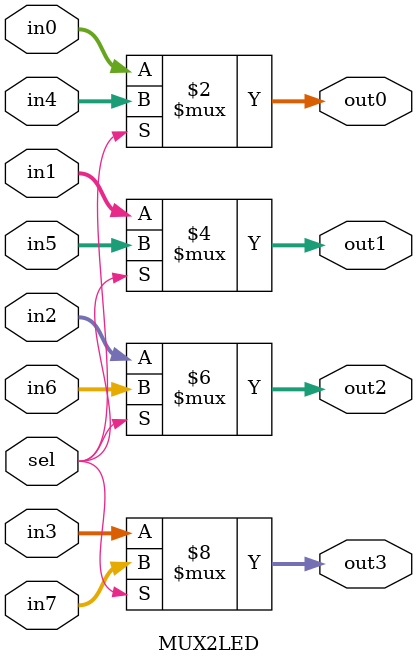
<source format=v>
`timescale 1ns / 1ps


module MUX2LED(
    input sel,
    input [7:0] in0, in1, in2, in3, in4, in5, in6, in7,
    output [7:0] out0, out1, out2, out3
    );
    
    assign out0 = (sel == 1'b0)? in0:in4;
    assign out1 = (sel == 1'b0)? in1:in5;
    assign out2 = (sel == 1'b0)? in2:in6;
    assign out3 = (sel == 1'b0)? in3:in7;
endmodule


</source>
